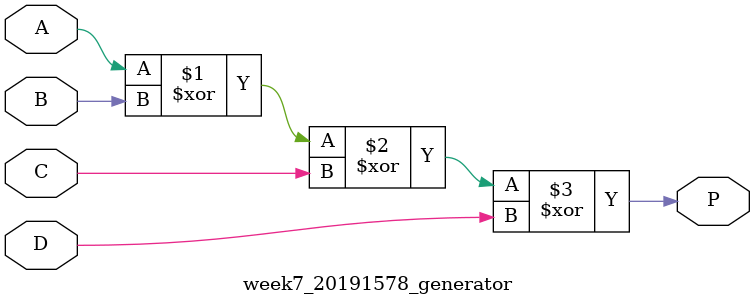
<source format=v>
`timescale 1ns / 1ps


module week7_20191578_generator(
    input A,
    input B,
    input C,
    input D,
    output P
    );
    assign P = A^B^C^D;
endmodule

</source>
